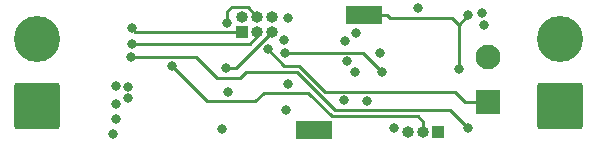
<source format=gbr>
G04 #@! TF.GenerationSoftware,KiCad,Pcbnew,(6.0.0)*
G04 #@! TF.CreationDate,2022-01-12T16:05:06+03:00*
G04 #@! TF.ProjectId,svet,73766574-2e6b-4696-9361-645f70636258,rev?*
G04 #@! TF.SameCoordinates,Original*
G04 #@! TF.FileFunction,Copper,L2,Inr*
G04 #@! TF.FilePolarity,Positive*
%FSLAX46Y46*%
G04 Gerber Fmt 4.6, Leading zero omitted, Abs format (unit mm)*
G04 Created by KiCad (PCBNEW (6.0.0)) date 2022-01-12 16:05:06*
%MOMM*%
%LPD*%
G01*
G04 APERTURE LIST*
G04 Aperture macros list*
%AMRoundRect*
0 Rectangle with rounded corners*
0 $1 Rounding radius*
0 $2 $3 $4 $5 $6 $7 $8 $9 X,Y pos of 4 corners*
0 Add a 4 corners polygon primitive as box body*
4,1,4,$2,$3,$4,$5,$6,$7,$8,$9,$2,$3,0*
0 Add four circle primitives for the rounded corners*
1,1,$1+$1,$2,$3*
1,1,$1+$1,$4,$5*
1,1,$1+$1,$6,$7*
1,1,$1+$1,$8,$9*
0 Add four rect primitives between the rounded corners*
20,1,$1+$1,$2,$3,$4,$5,0*
20,1,$1+$1,$4,$5,$6,$7,0*
20,1,$1+$1,$6,$7,$8,$9,0*
20,1,$1+$1,$8,$9,$2,$3,0*%
G04 Aperture macros list end*
G04 #@! TA.AperFunction,ComponentPad*
%ADD10R,1.500000X1.500000*%
G04 #@! TD*
G04 #@! TA.AperFunction,ComponentPad*
%ADD11RoundRect,0.250002X1.699998X-1.699998X1.699998X1.699998X-1.699998X1.699998X-1.699998X-1.699998X0*%
G04 #@! TD*
G04 #@! TA.AperFunction,ComponentPad*
%ADD12C,3.900000*%
G04 #@! TD*
G04 #@! TA.AperFunction,ComponentPad*
%ADD13R,1.000000X1.000000*%
G04 #@! TD*
G04 #@! TA.AperFunction,ComponentPad*
%ADD14O,1.000000X1.000000*%
G04 #@! TD*
G04 #@! TA.AperFunction,ComponentPad*
%ADD15RoundRect,0.250001X0.799999X-0.799999X0.799999X0.799999X-0.799999X0.799999X-0.799999X-0.799999X0*%
G04 #@! TD*
G04 #@! TA.AperFunction,ComponentPad*
%ADD16C,2.100000*%
G04 #@! TD*
G04 #@! TA.AperFunction,ViaPad*
%ADD17C,0.800000*%
G04 #@! TD*
G04 #@! TA.AperFunction,Conductor*
%ADD18C,0.250000*%
G04 #@! TD*
G04 APERTURE END LIST*
D10*
G04 #@! TO.N,/SENS-2*
G04 #@! TO.C,J4*
X113700000Y-54199200D03*
X115200000Y-54199200D03*
G04 #@! TD*
G04 #@! TO.N,/SENS-1*
G04 #@! TO.C,J3*
X109500000Y-63900000D03*
X111000000Y-63900000D03*
G04 #@! TD*
D11*
G04 #@! TO.N,/5V-OUT*
G04 #@! TO.C,J1*
X131100000Y-61915000D03*
D12*
G04 #@! TO.N,/0V-OUT*
X131100000Y-56200000D03*
G04 #@! TD*
D13*
G04 #@! TO.N,/SDA*
G04 #@! TO.C,J5*
X120770000Y-64100000D03*
D14*
G04 #@! TO.N,/SCL*
X119500000Y-64100000D03*
G04 #@! TO.N,0*
X118230000Y-64100000D03*
G04 #@! TD*
D11*
G04 #@! TO.N,/5V-IN*
G04 #@! TO.C,J7*
X86800000Y-61915000D03*
D12*
G04 #@! TO.N,0*
X86800000Y-56200000D03*
G04 #@! TD*
D15*
G04 #@! TO.N,/DIN*
G04 #@! TO.C,J6*
X125000000Y-61510000D03*
D16*
X125000000Y-57700000D03*
G04 #@! TD*
D13*
G04 #@! TO.N,/MISO*
G04 #@! TO.C,J2*
X104160000Y-55600000D03*
D14*
G04 #@! TO.N,+5V*
X104160000Y-54330000D03*
G04 #@! TO.N,/SCK*
X105430000Y-55600000D03*
G04 #@! TO.N,/MOSI*
X105430000Y-54330000D03*
G04 #@! TO.N,/RESET*
X106700000Y-55600000D03*
G04 #@! TO.N,0*
X106700000Y-54330000D03*
G04 #@! TD*
D17*
G04 #@! TO.N,+5V*
X102400000Y-63800000D03*
X113750000Y-55750000D03*
X113012299Y-58112299D03*
G04 #@! TO.N,0*
X124600000Y-55000000D03*
X93500000Y-60200000D03*
X114750000Y-61500000D03*
X93250000Y-64250000D03*
G04 #@! TO.N,Net-(D2-Pad1)*
X108000000Y-60000000D03*
G04 #@! TO.N,Net-(C4-Pad1)*
X107900000Y-62200000D03*
G04 #@! TO.N,/RESET*
X102741907Y-58635072D03*
G04 #@! TO.N,/DIN*
X106300000Y-57100000D03*
G04 #@! TO.N,/MOSI*
X102900000Y-54875500D03*
X112800000Y-61400000D03*
G04 #@! TO.N,/MISO*
X94800000Y-55300000D03*
G04 #@! TO.N,Net-(U1-Pad13)*
X93500000Y-63000000D03*
G04 #@! TO.N,/\u0418\u0417\u041C*
X123250000Y-63750000D03*
X94750000Y-57750000D03*
X124467902Y-54009265D03*
G04 #@! TO.N,Net-(C7-Pad1)*
X107700000Y-56300000D03*
X117000000Y-63750000D03*
G04 #@! TO.N,Net-(C7-Pad2)*
X112887701Y-56375500D03*
G04 #@! TO.N,Net-(R1-Pad2)*
X115800000Y-57400000D03*
G04 #@! TO.N,/SCL*
X98200000Y-58500000D03*
G04 #@! TO.N,/SCK*
X94800000Y-56608712D03*
G04 #@! TO.N,Net-(R10-Pad2)*
X113700000Y-59024500D03*
X119000000Y-53619886D03*
G04 #@! TO.N,Net-(C5-Pad1)*
X102962299Y-60737701D03*
G04 #@! TO.N,Net-(D3-Pad1)*
X93500000Y-61750000D03*
G04 #@! TO.N,/\u0418\u041C\u041F*
X116000000Y-59000000D03*
X107800000Y-57400000D03*
G04 #@! TO.N,Net-(R3-Pad1)*
X94500000Y-60250000D03*
X108000000Y-54400000D03*
G04 #@! TO.N,Net-(R3-Pad2)*
X94500000Y-61250000D03*
G04 #@! TO.N,/SENS-2*
X122500000Y-58750000D03*
X123300000Y-54200000D03*
G04 #@! TD*
D18*
G04 #@! TO.N,/SENS-2*
X115200000Y-54199200D02*
X116449200Y-54199200D01*
X116650000Y-54400000D02*
X120900000Y-54400000D01*
X116449200Y-54199200D02*
X116650000Y-54400000D01*
G04 #@! TO.N,/SCL*
X119000000Y-62750000D02*
X119500000Y-63250000D01*
X109750000Y-60750000D02*
X111750000Y-62750000D01*
X111750000Y-62750000D02*
X119000000Y-62750000D01*
X119500000Y-63250000D02*
X119500000Y-64100000D01*
X106000000Y-60750000D02*
X109750000Y-60750000D01*
X105274511Y-61475489D02*
X106000000Y-60750000D01*
X101175489Y-61475489D02*
X105274511Y-61475489D01*
X98200000Y-58500000D02*
X101175489Y-61475489D01*
G04 #@! TO.N,/DIN*
X107700000Y-58500000D02*
X106300000Y-57100000D01*
X109000000Y-58500000D02*
X107700000Y-58500000D01*
X111175489Y-60675489D02*
X109000000Y-58500000D01*
X122175489Y-60675489D02*
X111175489Y-60675489D01*
X125000000Y-61510000D02*
X123010000Y-61510000D01*
X123010000Y-61510000D02*
X122175489Y-60675489D01*
G04 #@! TO.N,/\u0418\u0417\u041C*
X121750000Y-62250000D02*
X123250000Y-63750000D01*
X112000000Y-62250000D02*
X121750000Y-62250000D01*
X108750000Y-59000000D02*
X112000000Y-62250000D01*
X104000000Y-59500000D02*
X104500000Y-59000000D01*
X102000000Y-59500000D02*
X104000000Y-59500000D01*
X104500000Y-59000000D02*
X108750000Y-59000000D01*
X100250000Y-57750000D02*
X102000000Y-59500000D01*
X94750000Y-57750000D02*
X100250000Y-57750000D01*
G04 #@! TO.N,/SENS-2*
X121900000Y-54400000D02*
X122500000Y-55000000D01*
X120900000Y-54400000D02*
X121900000Y-54400000D01*
X122500000Y-58750000D02*
X122500000Y-55000000D01*
X122500000Y-55000000D02*
X123300000Y-54200000D01*
G04 #@! TO.N,/RESET*
X102741907Y-58635072D02*
X103664928Y-58635072D01*
X103664928Y-58635072D02*
X106700000Y-55600000D01*
G04 #@! TO.N,/MOSI*
X103250000Y-53500000D02*
X104000000Y-53500000D01*
X102900000Y-53850000D02*
X103250000Y-53500000D01*
X105430000Y-54330000D02*
X104605489Y-53505489D01*
X104605489Y-53505489D02*
X104005489Y-53505489D01*
X102900000Y-54875500D02*
X102900000Y-53850000D01*
X104000000Y-53500000D02*
X104005489Y-53505489D01*
G04 #@! TO.N,/MISO*
X104160000Y-55600000D02*
X95100000Y-55600000D01*
X95100000Y-55600000D02*
X94800000Y-55300000D01*
G04 #@! TO.N,/SCK*
X105430000Y-55600000D02*
X105430000Y-55979022D01*
X105430000Y-55979022D02*
X104800310Y-56608712D01*
X104800310Y-56608712D02*
X94800000Y-56608712D01*
G04 #@! TO.N,/\u0418\u041C\u041F*
X107812212Y-57387788D02*
X114387788Y-57387788D01*
X114387788Y-57387788D02*
X116000000Y-59000000D01*
X107800000Y-57400000D02*
X107812212Y-57387788D01*
G04 #@! TD*
M02*

</source>
